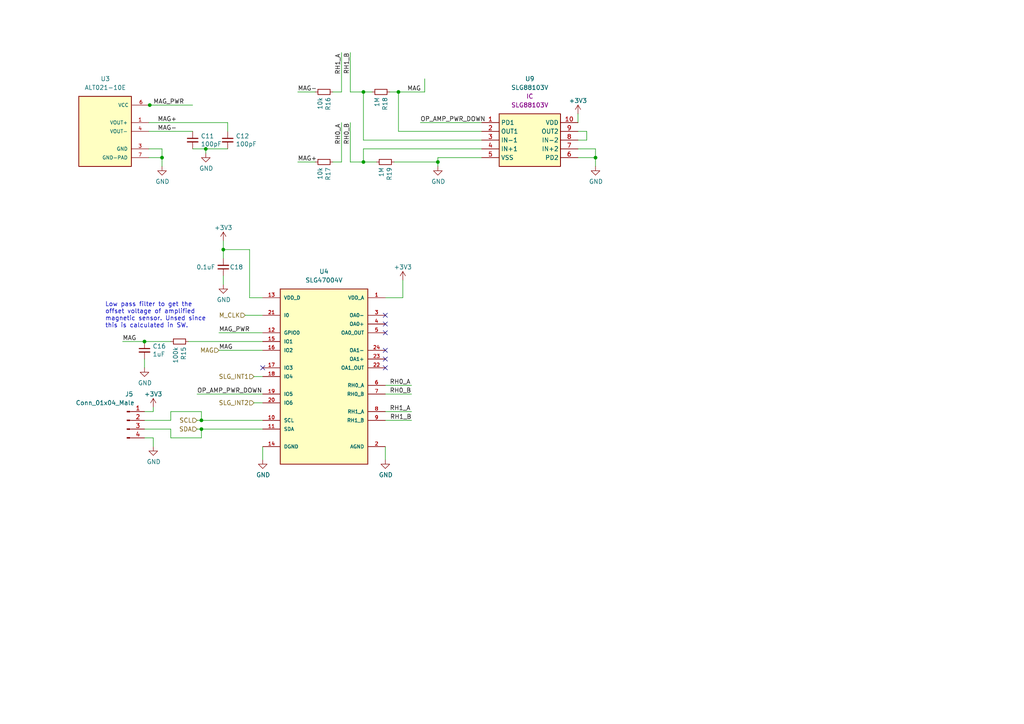
<source format=kicad_sch>
(kicad_sch (version 20211123) (generator eeschema)
  (paper "A4")
  (lib_symbols
    (symbol "Connector:Conn_01x04_Male" (pin_names (offset 1.016) hide)
      (property "Reference" "J" (at 0 5.08 0))
      (property "Value" "Conn_01x04_Male" (at 0 -7.62 0))
      (symbol "Conn_01x04_Male_1_1"
        (polyline (pts (xy 1.27 -5.08) (xy 0.8636 -5.08)) (stroke (width 0.1524)))
        (polyline (pts (xy 1.27 -2.54) (xy 0.8636 -2.54)) (stroke (width 0.1524)))
        (polyline (pts (xy 1.27 0) (xy 0.8636 0)) (stroke (width 0.1524)))
        (polyline (pts (xy 1.27 2.54) (xy 0.8636 2.54)) (stroke (width 0.1524)))
        (rectangle (start 0.8636 -4.953) (end 0 -5.207) (stroke (width 0.1524)) (fill (type outline)))
        (rectangle (start 0.8636 -2.413) (end 0 -2.667) (stroke (width 0.1524)) (fill (type outline)))
        (rectangle (start 0.8636 0.127) (end 0 -0.127) (stroke (width 0.1524)) (fill (type outline)))
        (rectangle (start 0.8636 2.667) (end 0 2.413) (stroke (width 0.1524)) (fill (type outline)))
        (pin passive line (at 5.08 2.54 180) (length 3.81) (name "Pin_1") (number "1"))
        (pin passive line (at 5.08 0 180) (length 3.81) (name "Pin_2") (number "2"))
        (pin passive line (at 5.08 -2.54 180) (length 3.81) (name "Pin_3") (number "3"))
        (pin passive line (at 5.08 -5.08 180) (length 3.81) (name "Pin_4") (number "4"))
      )
    )
    (symbol "Nabil:ALT025-10E" (pin_names (offset 1.016))
      (property "Reference" "U" (at -7.62 10.922 0))
      (property "Value" "ALT025-10E" (at -7.62 -12.7 0))
      (symbol "ALT025-10E_0_0"
        (rectangle (start -7.62 -10.16) (end 7.62 10.16) (stroke (width 0.254)) (fill (type background)))
        (pin output line (at 12.7 2.54 180) (length 5.08) (name "VOUT+") (number "1"))
        (pin power_in line (at 12.7 -5.08 180) (length 5.08) (name "GND") (number "3"))
        (pin output line (at 12.7 0 180) (length 5.08) (name "VOUT-") (number "4"))
        (pin power_in line (at 12.954 7.62 180) (length 5.08) (name "VCC") (number "6"))
        (pin power_in line (at 12.7 -7.62 180) (length 5.08) (name "GND-PAD") (number "7"))
      )
    )
    (symbol "Nabil:SLG47004V" (pin_names (offset 1.016))
      (property "Reference" "U" (at -7.62 20.32 0))
      (property "Value" "SLG47004V" (at 5.08 20.32 0))
      (symbol "SLG47004V_0_0"
        (rectangle (start -7.62 -30.48) (end 17.78 20.32) (stroke (width 0.254)) (fill (type background)))
        (pin power_in line (at 22.86 17.78 180) (length 5.08) (name "VDD_A") (number "1"))
        (pin open_collector line (at -12.7 -17.78 0) (length 5.08) (name "SCL") (number "10"))
        (pin open_collector line (at -12.7 -20.32 0) (length 5.08) (name "SDA") (number "11"))
        (pin bidirectional line (at -12.7 7.62 0) (length 5.08) (name "GPIO0") (number "12"))
        (pin power_in line (at -12.7 17.78 0) (length 5.08) (name "VDD_D") (number "13"))
        (pin power_in line (at -12.7 -25.4 0) (length 5.08) (name "DGND") (number "14"))
        (pin bidirectional line (at -12.7 5.08 0) (length 5.08) (name "IO1") (number "15"))
        (pin bidirectional line (at -12.7 2.54 0) (length 5.08) (name "IO2") (number "16"))
        (pin bidirectional line (at -12.7 -2.54 0) (length 5.08) (name "IO3") (number "17"))
        (pin bidirectional line (at -12.7 -5.08 0) (length 5.08) (name "IO4") (number "18"))
        (pin bidirectional line (at -12.7 -10.16 0) (length 5.08) (name "IO5") (number "19"))
        (pin power_in line (at 22.86 -25.4 180) (length 5.08) (name "AGND") (number "2"))
        (pin bidirectional line (at -12.7 -12.7 0) (length 5.08) (name "IO6") (number "20"))
        (pin input line (at -12.7 12.7 0) (length 5.08) (name "I0") (number "21"))
        (pin output line (at 22.86 -2.54 180) (length 5.08) (name "OA1_OUT") (number "22"))
        (pin bidirectional line (at 22.86 0 180) (length 5.08) (name "OA1+") (number "23"))
        (pin input line (at 22.86 2.54 180) (length 5.08) (name "OA1-") (number "24"))
        (pin input line (at 22.86 12.7 180) (length 5.08) (name "OA0-") (number "3"))
        (pin input line (at 22.86 10.16 180) (length 5.08) (name "OA0+") (number "4"))
        (pin input line (at 22.86 7.62 180) (length 5.08) (name "OA0_OUT") (number "5"))
        (pin passive line (at 22.86 -7.62 180) (length 5.08) (name "RH0_A") (number "6"))
        (pin passive line (at 22.86 -10.16 180) (length 5.08) (name "RH0_B") (number "7"))
        (pin passive line (at 22.86 -15.24 180) (length 5.08) (name "RH1_A") (number "8"))
        (pin passive line (at 22.86 -17.78 180) (length 5.08) (name "RH1_B") (number "9"))
      )
    )
    (symbol "Nabil:SLG88103V"
      (property "Reference" "U?" (at 0 0 0))
      (property "Value" "SLG88103V" (at 2.54 4.445 0))
      (property "Reference_1" "IC" (at 24.13 7.62 0))
      (property "Value_1" "SLG88103V" (at 24.13 5.08 0))
      (symbol "SLG88103V_1_1"
        (rectangle (start 5.08 2.54) (end 22.86 -12.7) (stroke (width 0.254)) (fill (type background)))
        (pin passive line (at 0 0 0) (length 5.08) (name "PD1") (number "1"))
        (pin passive line (at 27.94 0 180) (length 5.08) (name "VDD") (number "10"))
        (pin passive line (at 0 -2.54 0) (length 5.08) (name "OUT1") (number "2"))
        (pin passive line (at 0 -5.08 0) (length 5.08) (name "IN-1") (number "3"))
        (pin passive line (at 0 -7.62 0) (length 5.08) (name "IN+1") (number "4"))
        (pin passive line (at 0 -10.16 0) (length 5.08) (name "VSS") (number "5"))
        (pin passive line (at 27.94 -10.16 180) (length 5.08) (name "PD2") (number "6"))
        (pin passive line (at 27.94 -7.62 180) (length 5.08) (name "IN+2") (number "7"))
        (pin passive line (at 27.94 -5.08 180) (length 5.08) (name "IN-2") (number "8"))
        (pin passive line (at 27.94 -2.54 180) (length 5.08) (name "OUT2") (number "9"))
      )
    )
    (symbol "water_meter-rescue:+3.3V-power" (power) (pin_names (offset 0))
      (property "Value" "+3.3V-power" (at 0 3.556 0))
      (symbol "+3.3V-power_0_1"
        (polyline (pts (xy -0.762 1.27) (xy 0 2.54)))
        (polyline (pts (xy 0 0) (xy 0 2.54)))
        (polyline (pts (xy 0 2.54) (xy 0.762 1.27)))
      )
      (symbol "+3.3V-power_1_1"
        (pin power_in line (at 0 0 90) (length 0) hide (name "+3V3") (number "1"))
      )
    )
    (symbol "water_meter-rescue:C_Small-Device" (pin_numbers hide) (pin_names (offset 0.254) hide)
      (property "Reference" "C" (at 0.254 1.778 0))
      (property "Value" "C_Small-Device" (at 0.254 -2.032 0))
      (symbol "C_Small-Device_0_1"
        (polyline (pts (xy -1.524 -0.508) (xy 1.524 -0.508)) (stroke (width 0.3302)))
        (polyline (pts (xy -1.524 0.508) (xy 1.524 0.508)) (stroke (width 0.3048)))
      )
      (symbol "C_Small-Device_1_1"
        (pin passive line (at 0 2.54 270) (length 2.032) (name "~") (number "1"))
        (pin passive line (at 0 -2.54 90) (length 2.032) (name "~") (number "2"))
      )
    )
    (symbol "water_meter-rescue:GND-power" (power) (pin_names (offset 0))
      (property "Value" "GND-power" (at 0 -3.81 0))
      (symbol "GND-power_0_1"
        (polyline (pts (xy 0 0) (xy 0 -1.27) (xy 1.27 -1.27) (xy 0 -2.54) (xy -1.27 -1.27) (xy 0 -1.27)))
      )
      (symbol "GND-power_1_1"
        (pin power_in line (at 0 0 270) (length 0) hide (name "GND") (number "1"))
      )
    )
    (symbol "water_meter-rescue:R_Small-Device" (pin_numbers hide) (pin_names (offset 0.254) hide)
      (property "Reference" "R" (at 0.762 0.508 0))
      (property "Value" "R_Small-Device" (at 0.762 -1.016 0))
      (symbol "R_Small-Device_0_1"
        (rectangle (start -0.762 1.778) (end 0.762 -1.778) (stroke (width 0.2032)))
      )
      (symbol "R_Small-Device_1_1"
        (pin passive line (at 0 2.54 270) (length 0.762) (name "~") (number "1"))
        (pin passive line (at 0 -2.54 90) (length 0.762) (name "~") (number "2"))
      )
    )
  )
  (junction (at 105.41 46.99))
  (junction (at 43.434 30.48))
  (junction (at 46.99 45.72))
  (junction (at 64.77 72.39))
  (junction (at 127 46.99))
  (junction (at 172.72 45.72))
  (junction (at 41.91 99.06))
  (junction (at 105.41 26.67))
  (junction (at 59.69 43.18))
  (junction (at 115.57 26.67))
  (junction (at 58.42 121.92))
  (junction (at 58.42 124.46))
  (no_connect (at 111.76 96.52))
  (no_connect (at 111.76 104.14))
  (no_connect (at 111.76 101.6))
  (no_connect (at 76.2 106.68))
  (no_connect (at 111.76 91.44))
  (no_connect (at 111.76 93.98))
  (no_connect (at 111.76 106.68))
  (wire (pts (xy 41.91 104.14) (xy 41.91 106.68)))
  (wire (pts (xy 41.91 119.38) (xy 44.45 119.38)))
  (wire (pts (xy 58.42 127) (xy 58.42 124.46)))
  (wire (pts (xy 71.12 91.44) (xy 76.2 91.44)))
  (wire (pts (xy 105.41 26.67) (xy 107.95 26.67)))
  (wire (pts (xy 111.76 119.38) (xy 119.38 119.38)))
  (wire (pts (xy 101.6 26.67) (xy 105.41 26.67)))
  (wire (pts (xy 101.6 15.24) (xy 101.6 26.67)))
  (wire (pts (xy 43.18 30.48) (xy 43.434 30.48)))
  (wire (pts (xy 41.91 124.46) (xy 49.53 124.46)))
  (wire (pts (xy 127 45.72) (xy 127 46.99)))
  (wire (pts (xy 58.42 119.38) (xy 58.42 121.92)))
  (wire (pts (xy 49.53 127) (xy 58.42 127)))
  (wire (pts (xy 64.77 80.01) (xy 64.77 82.55)))
  (wire (pts (xy 114.3 46.99) (xy 127 46.99)))
  (wire (pts (xy 63.5 101.6) (xy 76.2 101.6)))
  (wire (pts (xy 76.2 86.36) (xy 72.39 86.36)))
  (wire (pts (xy 99.06 35.56) (xy 99.06 46.99)))
  (wire (pts (xy 96.52 26.67) (xy 99.06 26.67)))
  (wire (pts (xy 64.77 69.85) (xy 64.77 72.39)))
  (wire (pts (xy 72.39 72.39) (xy 72.39 86.36)))
  (wire (pts (xy 101.6 35.56) (xy 101.6 46.99)))
  (wire (pts (xy 43.18 45.72) (xy 46.99 45.72)))
  (wire (pts (xy 105.41 43.18) (xy 139.7 43.18)))
  (wire (pts (xy 46.99 43.18) (xy 46.99 45.72)))
  (wire (pts (xy 167.64 43.18) (xy 172.72 43.18)))
  (wire (pts (xy 54.61 99.06) (xy 76.2 99.06)))
  (wire (pts (xy 64.77 72.39) (xy 64.77 74.93)))
  (wire (pts (xy 57.15 114.3) (xy 76.2 114.3)))
  (wire (pts (xy 57.15 124.46) (xy 58.42 124.46)))
  (wire (pts (xy 44.45 127) (xy 44.45 129.54)))
  (wire (pts (xy 41.91 127) (xy 44.45 127)))
  (wire (pts (xy 43.18 38.1) (xy 55.88 38.1)))
  (wire (pts (xy 41.91 121.92) (xy 49.53 121.92)))
  (wire (pts (xy 170.18 38.1) (xy 167.64 38.1)))
  (wire (pts (xy 99.06 15.24) (xy 99.06 26.67)))
  (wire (pts (xy 66.04 35.56) (xy 66.04 38.1)))
  (wire (pts (xy 127 46.99) (xy 127 48.26)))
  (wire (pts (xy 105.41 46.99) (xy 109.22 46.99)))
  (wire (pts (xy 58.42 121.92) (xy 76.2 121.92)))
  (wire (pts (xy 115.57 26.67) (xy 123.19 26.67)))
  (wire (pts (xy 72.39 72.39) (xy 64.77 72.39)))
  (wire (pts (xy 115.57 38.1) (xy 115.57 26.67)))
  (wire (pts (xy 49.53 121.92) (xy 49.53 119.38)))
  (wire (pts (xy 86.36 26.67) (xy 91.44 26.67)))
  (wire (pts (xy 55.88 43.18) (xy 59.69 43.18)))
  (wire (pts (xy 115.57 26.67) (xy 113.03 26.67)))
  (wire (pts (xy 127 45.72) (xy 139.7 45.72)))
  (wire (pts (xy 44.45 118.11) (xy 44.45 119.38)))
  (wire (pts (xy 57.15 121.92) (xy 58.42 121.92)))
  (wire (pts (xy 111.76 121.92) (xy 119.38 121.92)))
  (wire (pts (xy 111.76 111.76) (xy 119.38 111.76)))
  (wire (pts (xy 105.41 43.18) (xy 105.41 46.99)))
  (wire (pts (xy 123.19 22.86) (xy 123.19 26.67)))
  (wire (pts (xy 111.76 129.54) (xy 111.76 133.35)))
  (wire (pts (xy 49.53 119.38) (xy 58.42 119.38)))
  (wire (pts (xy 167.64 40.64) (xy 170.18 40.64)))
  (wire (pts (xy 101.6 46.99) (xy 105.41 46.99)))
  (wire (pts (xy 115.57 38.1) (xy 139.7 38.1)))
  (wire (pts (xy 43.18 35.56) (xy 66.04 35.56)))
  (wire (pts (xy 59.69 43.18) (xy 66.04 43.18)))
  (wire (pts (xy 86.36 46.99) (xy 91.44 46.99)))
  (wire (pts (xy 105.41 40.64) (xy 105.41 26.67)))
  (wire (pts (xy 43.18 43.18) (xy 46.99 43.18)))
  (wire (pts (xy 105.41 40.64) (xy 139.7 40.64)))
  (wire (pts (xy 43.434 30.48) (xy 55.88 30.48)))
  (wire (pts (xy 121.92 35.56) (xy 139.7 35.56)))
  (wire (pts (xy 116.84 81.28) (xy 116.84 86.36)))
  (wire (pts (xy 49.53 124.46) (xy 49.53 127)))
  (wire (pts (xy 111.76 114.3) (xy 119.38 114.3)))
  (wire (pts (xy 172.72 45.72) (xy 172.72 48.26)))
  (wire (pts (xy 111.76 86.36) (xy 116.84 86.36)))
  (wire (pts (xy 172.72 43.18) (xy 172.72 45.72)))
  (wire (pts (xy 35.56 99.06) (xy 41.91 99.06)))
  (wire (pts (xy 73.66 109.22) (xy 76.2 109.22)))
  (wire (pts (xy 41.91 99.06) (xy 49.53 99.06)))
  (wire (pts (xy 46.99 45.72) (xy 46.99 48.26)))
  (wire (pts (xy 76.2 129.54) (xy 76.2 133.35)))
  (wire (pts (xy 63.5 96.52) (xy 76.2 96.52)))
  (wire (pts (xy 170.18 40.64) (xy 170.18 38.1)))
  (wire (pts (xy 59.69 43.18) (xy 59.69 44.45)))
  (wire (pts (xy 167.64 45.72) (xy 172.72 45.72)))
  (wire (pts (xy 96.52 46.99) (xy 99.06 46.99)))
  (wire (pts (xy 167.64 33.02) (xy 167.64 35.56)))
  (wire (pts (xy 73.66 116.84) (xy 76.2 116.84)))
  (wire (pts (xy 58.42 124.46) (xy 76.2 124.46)))
  (text "Low pass filter to get the\noffset voltage of amplified\nmagnetic sensor. Unsed since\nthis is calculated in SW." (at 30.48 95.25 0) (effects (font (size 1.27 1.27)) (justify left bottom)))
  (label "MAG_PWR" (at 44.45 30.48 0))
  (label "RH0_B" (at 101.6 41.91 90))
  (label "RH0_A" (at 99.06 41.91 90))
  (label "MAG+" (at 86.36 46.99 0))
  (label "MAG_PWR" (at 63.5 96.52 0))
  (label "MAG-" (at 86.36 26.67 0))
  (label "MAG+" (at 45.72 35.56 0))
  (label "RH1_B" (at 113.1275 121.92 0))
  (label "OP_AMP_PWR_DOWN" (at 121.92 35.56 0))
  (label "MAG-" (at 45.72 38.1 0))
  (label "MAG" (at 35.56 99.06 0))
  (label "MAG" (at 118.11 26.67 0))
  (label "RH1_A" (at 99.06 21.59 90))
  (label "RH1_B" (at 101.6 21.4925 90))
  (label "RH1_A" (at 113.03 119.38 0))
  (label "RH0_A" (at 113.03 111.76 0))
  (label "OP_AMP_PWR_DOWN" (at 57.15 114.3 0))
  (label "MAG" (at 63.5 101.6 0))
  (label "RH0_B" (at 113.03 114.3 0))
  (hierarchical_label "MAG" (shape input) (at 63.5 101.6 180))
  (hierarchical_label "M_CLK" (shape input) (at 71.12 91.44 180))
  (hierarchical_label "SDA" (shape input) (at 57.15 124.46 180))
  (hierarchical_label "SLG_INT1" (shape input) (at 73.66 109.22 180))
  (hierarchical_label "SCL" (shape input) (at 57.15 121.92 180))
  (hierarchical_label "SLG_INT2" (shape input) (at 73.66 116.84 180))
  (symbol (lib_id "water_meter-rescue:R_Small-Device") (at 110.49 26.67 270) (unit 1)
    (property "Reference" "R18" (at 111.6584 28.1686 0) (effects (justify left)))
    (property "Value" "1M" (at 109.347 28.1686 0) (effects (justify left)))
    (property "Footprint" "Resistor_SMD:R_0805_2012Metric" (effects hide))
  )
  (symbol (lib_id "water_meter-rescue:C_Small-Device") (at 55.88 40.64 0) (unit 1)
    (property "Reference" "C11" (at 58.2168 39.4716 0) (effects (justify left)))
    (property "Value" "100pF" (at 58.2168 41.783 0) (effects (justify left)))
    (property "Footprint" "Capacitor_SMD:C_0805_2012Metric" (effects hide))
  )
  (symbol (lib_id "water_meter-rescue:C_Small-Device") (at 64.77 77.47 180) (unit 1)
    (property "Reference" "C18" (at 68.58 77.47 0))
    (property "Value" "0.1uF" (at 59.69 77.47 0))
    (property "Footprint" "Capacitor_SMD:C_0805_2012Metric" (effects hide))
  )
  (symbol (lib_id "water_meter-rescue:R_Small-Device") (at 52.07 99.06 270) (unit 1) (in_bom no)
    (property "Reference" "R15" (at 53.2384 100.5586 0) (effects (justify left)))
    (property "Value" "100k" (at 50.927 100.5586 0) (effects (justify left)))
    (property "Footprint" "Resistor_SMD:R_0805_2012Metric" (effects hide))
  )
  (symbol (lib_id "water_meter-rescue:GND-power") (at 111.76 133.35 0) (unit 1)
    (property "Reference" "#PWR0126" (effects hide))
    (property "Value" "GND" (at 111.887 137.7442 0))
  )
  (symbol (lib_id "Nabil:SLG47004V") (at 88.9 104.14 0) (unit 1)
    (property "Reference" "U4" (at 93.98 78.74 0))
    (property "Value" "SLG47004V" (at 93.98 81.28 0))
    (property "Footprint" "Nabil:STQFN-24-3.0X3.0-A" (effects hide))
    (property "MF" "Renesas Design Germany GmbH" (effects hide))
    (property "Description" "\nPCBs & Breadboards 20-pin DIP Proto Board with additional PINs on top. Perfect for breadboarding and fast prototypes.\n" (effects hide))
    (property "Package" "None" (effects hide))
    (property "Price" "None" (effects hide))
    (property "SnapEDA_Link" "https://www.snapeda.com/parts/SLG47004V/Renesas/view-part/?ref=snap" (effects hide))
    (property "MP" "SLG47004V" (effects hide))
    (property "Purchase-URL" "https://pricing.snapeda.com/search?q=SLG47004V&ref=eda" (effects hide))
    (property "Availability" "In Stock" (effects hide))
    (property "Check_prices" "https://www.snapeda.com/parts/SLG47004V/Renesas/view-part/?ref=eda" (effects hide))
  )
  (symbol (lib_id "water_meter-rescue:+3.3V-power") (at 64.77 69.85 0) (unit 1)
    (property "Reference" "#PWR0130" (effects hide))
    (property "Value" "+3.3V" (at 64.77 66.04 0))
  )
  (symbol (lib_id "water_meter-rescue:+3.3V-power") (at 116.84 81.28 0) (unit 1)
    (property "Reference" "#PWR0127" (effects hide))
    (property "Value" "+3.3V" (at 116.84 77.47 0))
  )
  (symbol (lib_id "water_meter-rescue:GND-power") (at 76.2 133.35 0) (unit 1)
    (property "Reference" "#PWR0128" (effects hide))
    (property "Value" "GND" (at 76.327 137.7442 0))
  )
  (symbol (lib_id "water_meter-rescue:R_Small-Device") (at 93.98 46.99 270) (unit 1)
    (property "Reference" "R17" (at 95.1484 48.4886 0) (effects (justify left)))
    (property "Value" "10k" (at 92.837 48.4886 0) (effects (justify left)))
    (property "Footprint" "Resistor_SMD:R_0805_2012Metric" (effects hide))
  )
  (symbol (lib_id "water_meter-rescue:GND-power") (at 44.45 129.54 0) (unit 1)
    (property "Reference" "#PWR0123" (effects hide))
    (property "Value" "GND" (at 44.577 133.9342 0))
  )
  (symbol (lib_id "water_meter-rescue:C_Small-Device") (at 66.04 40.64 0) (unit 1)
    (property "Reference" "C12" (at 68.3768 39.4716 0) (effects (justify left)))
    (property "Value" "100pF" (at 68.3768 41.783 0) (effects (justify left)))
    (property "Footprint" "Capacitor_SMD:C_0805_2012Metric" (effects hide))
  )
  (symbol (lib_id "water_meter-rescue:C_Small-Device") (at 41.91 101.6 0) (unit 1)
    (property "Reference" "C16" (at 44.2468 100.4316 0) (effects (justify left)))
    (property "Value" "1uF" (at 44.2468 102.743 0) (effects (justify left)))
    (property "Footprint" "Capacitor_SMD:C_0805_2012Metric" (effects hide))
  )
  (symbol (lib_id "Nabil:SLG88103V") (at 139.7 35.56 0) (unit 1)
    (property "Reference" "U9" (at 153.67 22.86 0))
    (property "Value" "SLG88103V" (at 153.67 25.4 0))
    (property "Footprint" "Nabil:SLG88103V" (effects hide))
    (property "Reference_1" "IC" (at 153.67 27.94 0))
    (property "Value_1" "SLG88103V" (at 153.67 30.48 0))
    (property "Footprint_1" "SLG88103V" (effects hide))
    (property "Datasheet_1" "https://www.renesas.com/us/en/products/analog-products/amplifiers/operational-amplifiers/general-purpose-op-amps/slg88103-micropower-operational-amplifier-greenpak" (effects hide))
    (property "Height" "0.6" (effects hide))
    (property "Manufacturer_Name" "Renesas Electronics" (effects hide))
    (property "Manufacturer_Part_Number" "SLG88103V" (effects hide))
  )
  (symbol (lib_id "water_meter-rescue:+3.3V-power") (at 44.45 118.11 0) (unit 1)
    (property "Reference" "#PWR0124" (effects hide))
    (property "Value" "+3.3V" (at 44.45 114.3 0))
  )
  (symbol (lib_id "water_meter-rescue:GND-power") (at 64.77 82.55 0) (unit 1)
    (property "Reference" "#PWR0129" (effects hide))
    (property "Value" "GND" (at 64.897 86.9442 0))
  )
  (symbol (lib_id "water_meter-rescue:GND-power") (at 59.69 44.45 0) (unit 1)
    (property "Reference" "#PWR010" (effects hide))
    (property "Value" "GND" (at 59.817 48.8442 0))
  )
  (symbol (lib_id "Connector:Conn_01x04_Male") (at 36.83 121.92 0) (unit 1)
    (property "Reference" "J5" (at 37.465 114.3 0))
    (property "Value" "Conn_01x04_Male" (at 30.48 116.84 0))
    (property "Footprint" "Connector_PinHeader_2.54mm:PinHeader_1x04_P2.54mm_Vertical" (effects hide))
  )
  (symbol (lib_id "water_meter-rescue:GND-power") (at 172.72 48.26 0) (unit 1)
    (property "Reference" "#PWR0115" (effects hide))
    (property "Value" "GND" (at 172.847 52.6542 0))
  )
  (symbol (lib_id "water_meter-rescue:GND-power") (at 46.99 48.26 0) (unit 1)
    (property "Reference" "#PWR08" (effects hide))
    (property "Value" "GND" (at 47.117 52.6542 0))
  )
  (symbol (lib_id "water_meter-rescue:+3.3V-power") (at 167.64 33.02 0) (unit 1)
    (property "Reference" "#PWR0111" (effects hide))
    (property "Value" "+3.3V" (at 167.64 29.21 0))
  )
  (symbol (lib_id "water_meter-rescue:R_Small-Device") (at 111.76 46.99 270) (unit 1)
    (property "Reference" "R19" (at 112.9284 48.4886 0) (effects (justify left)))
    (property "Value" "1M" (at 110.617 48.4886 0) (effects (justify left)))
    (property "Footprint" "Resistor_SMD:R_0805_2012Metric" (effects hide))
  )
  (symbol (lib_id "water_meter-rescue:GND-power") (at 127 48.26 0) (unit 1)
    (property "Reference" "#PWR0101" (effects hide))
    (property "Value" "GND" (at 127.127 52.6542 0))
  )
  (symbol (lib_id "Nabil:ALT025-10E") (at 30.48 38.1 0) (unit 1)
    (property "Reference" "U3" (at 30.5435 22.86 0))
    (property "Value" "ALT021-10E" (at 30.5435 25.4 0))
    (property "Footprint" "Nabil:SON65P250X250X80-7N" (effects hide))
    (property "MANUFACTURER" "NVE" (effects hide))
    (property "PARTREV" "November 2019" (effects hide))
    (property "MAXIMUM_PACKAGE_HEIGHT" "0.8mm" (effects hide))
    (property "STANDARD" "IPC-7351B" (effects hide))
  )
  (symbol (lib_id "water_meter-rescue:R_Small-Device") (at 93.98 26.67 270) (unit 1)
    (property "Reference" "R16" (at 95.1484 28.1686 0) (effects (justify left)))
    (property "Value" "10k" (at 92.837 28.1686 0) (effects (justify left)))
    (property "Footprint" "Resistor_SMD:R_0805_2012Metric" (effects hide))
  )
  (symbol (lib_id "water_meter-rescue:GND-power") (at 41.91 106.68 0) (unit 1)
    (property "Reference" "#PWR0125" (effects hide))
    (property "Value" "GND" (at 42.037 111.0742 0))
  )
)
</source>
